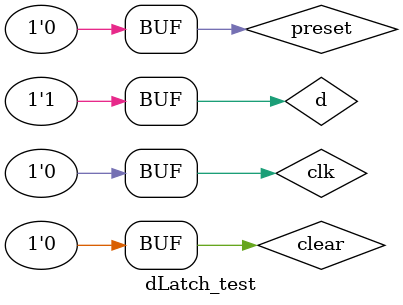
<source format=v>
module dLatch_test;
wire q;
reg clk,d,preset,clear;
dFlipFlop_S ghy(d,clk,preset,clear,q);
initial begin
clk=0;
repeat(16)
begin
clk=~clk;
#100;
end
end
initial begin
preset=0;
repeat(16)
begin
preset=~preset;
#55;
end
end
initial begin
clear=0;
repeat(16)
begin
clear=~clear;
#75;
end
end
initial begin
d=1;
repeat(16)
begin
d=~d;
#70;
end
end
endmodule

</source>
